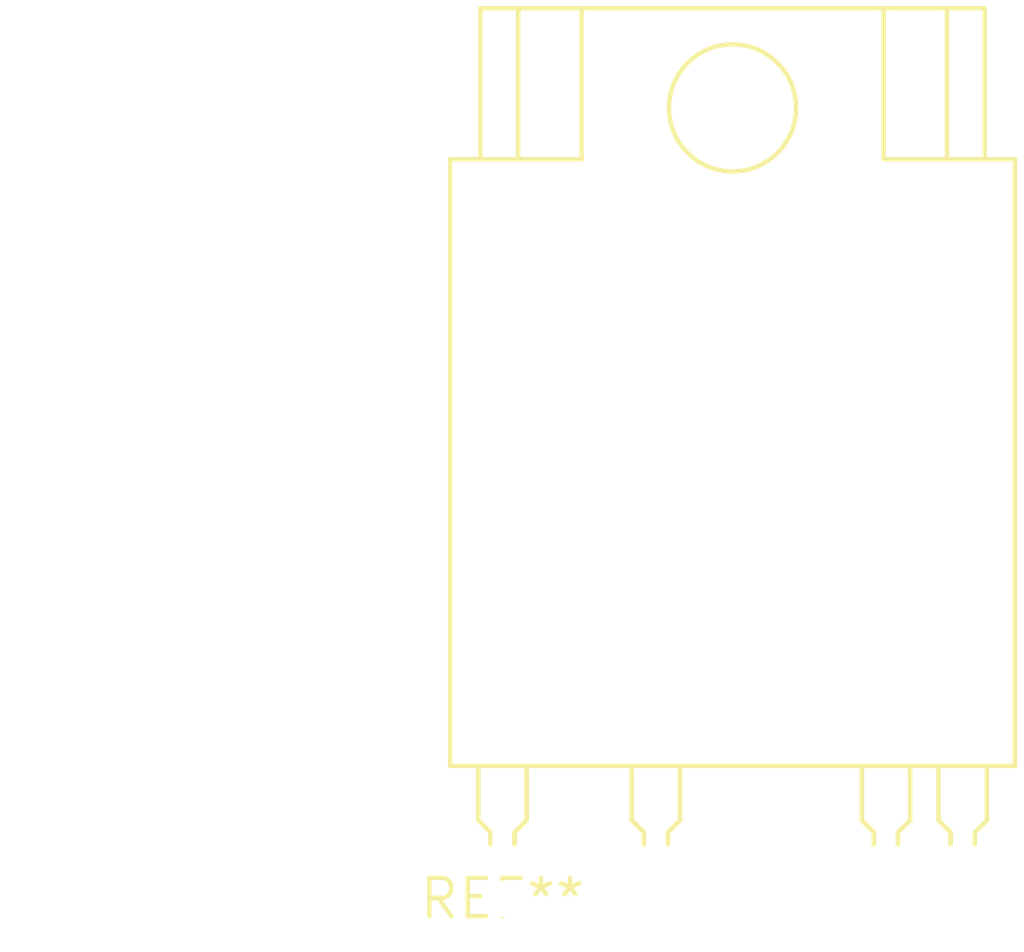
<source format=kicad_pcb>
(kicad_pcb (version 20240108) (generator pcbnew)
  (layers (0 "F.Cu" signal) (31 "B.Cu" signal) (34 "B.Paste" user) (35 "F.Paste" user) (36 "B.SilkS" user "B.Silkscreen") (37 "F.SilkS" user "F.Silkscreen") (38 "B.Mask" user) (39 "F.Mask" user) (44 "Edge.Cuts" user))
  (net 0 "")
  (footprint "SIP4_Sharp-SSR_P7.62mm_Angled" (layer "F.Cu") (at 0 0)
    (property "Reference" "REF**")
    (property "Value" "SIP4_Sharp-SSR_P7.62mm_Angled")
    (fp_line (start -1.73 -24.5) (end 2.62 -24.5) (layer "F.SilkS") (stroke (width 0.15)))
    (fp_line (start -1.73 -4.4) (end -1.73 -24.5) (layer "F.SilkS") (stroke (width 0.15)))
    (fp_line (start -0.8 -3.2) (end -0.8 -4.4) (layer "F.SilkS") (stroke (width 0.15)))
    (fp_line (start -0.8 -3.2) (end -0.8 -4.4) (layer "F.SilkS") (stroke (width 0.15)))
    (fp_line (start -0.8 -2.6) (end -0.8 -3.2) (layer "F.SilkS") (stroke (width 0.15)))
    (fp_line (start -0.8 -2.6) (end -0.8 -3.2) (layer "F.SilkS") (stroke (width 0.15)))
    (fp_line (start -0.73 -29.5) (end 15.97 -29.5) (layer "F.SilkS") (stroke (width 0.15)))
    (fp_line (start -0.73 -24.5) (end -0.73 -29.5) (layer "F.SilkS") (stroke (width 0.15)))
    (fp_line (start -0.4 -2.2) (end -0.8 -2.6) (layer "F.SilkS") (stroke (width 0.15)))
    (fp_line (start -0.4 -2.2) (end -0.8 -2.6) (layer "F.SilkS") (stroke (width 0.15)))
    (fp_line (start -0.4 -2.2) (end -0.4 -1.8) (layer "F.SilkS") (stroke (width 0.15)))
    (fp_line (start -0.4 -2.2) (end -0.4 -1.8) (layer "F.SilkS") (stroke (width 0.15)))
    (fp_line (start 0.4 -2.2) (end 0.8 -2.6) (layer "F.SilkS") (stroke (width 0.15)))
    (fp_line (start 0.4 -2.2) (end 0.8 -2.6) (layer "F.SilkS") (stroke (width 0.15)))
    (fp_line (start 0.4 -1.8) (end 0.4 -2.2) (layer "F.SilkS") (stroke (width 0.15)))
    (fp_line (start 0.4 -1.8) (end 0.4 -2.2) (layer "F.SilkS") (stroke (width 0.15)))
    (fp_line (start 0.52 -24.5) (end 0.52 -29.5) (layer "F.SilkS") (stroke (width 0.15)))
    (fp_line (start 0.8 -2.6) (end 0.8 -4.4) (layer "F.SilkS") (stroke (width 0.15)))
    (fp_line (start 0.8 -2.6) (end 0.8 -4.4) (layer "F.SilkS") (stroke (width 0.15)))
    (fp_line (start 2.62 -29.5) (end 2.62 -24.5) (layer "F.SilkS") (stroke (width 0.15)))
    (fp_line (start 4.28 -3.2) (end 4.28 -4.4) (layer "F.SilkS") (stroke (width 0.15)))
    (fp_line (start 4.28 -3.2) (end 4.28 -4.4) (layer "F.SilkS") (stroke (width 0.15)))
    (fp_line (start 4.28 -2.6) (end 4.28 -3.2) (layer "F.SilkS") (stroke (width 0.15)))
    (fp_line (start 4.28 -2.6) (end 4.28 -3.2) (layer "F.SilkS") (stroke (width 0.15)))
    (fp_line (start 4.68 -2.2) (end 4.28 -2.6) (layer "F.SilkS") (stroke (width 0.15)))
    (fp_line (start 4.68 -2.2) (end 4.28 -2.6) (layer "F.SilkS") (stroke (width 0.15)))
    (fp_line (start 4.68 -2.2) (end 4.68 -1.8) (layer "F.SilkS") (stroke (width 0.15)))
    (fp_line (start 4.68 -2.2) (end 4.68 -1.8) (layer "F.SilkS") (stroke (width 0.15)))
    (fp_line (start 5.48 -2.2) (end 5.88 -2.6) (layer "F.SilkS") (stroke (width 0.15)))
    (fp_line (start 5.48 -2.2) (end 5.88 -2.6) (layer "F.SilkS") (stroke (width 0.15)))
    (fp_line (start 5.48 -1.8) (end 5.48 -2.2) (layer "F.SilkS") (stroke (width 0.15)))
    (fp_line (start 5.48 -1.8) (end 5.48 -2.2) (layer "F.SilkS") (stroke (width 0.15)))
    (fp_line (start 5.88 -2.6) (end 5.88 -4.4) (layer "F.SilkS") (stroke (width 0.15)))
    (fp_line (start 5.88 -2.6) (end 5.88 -4.4) (layer "F.SilkS") (stroke (width 0.15)))
    (fp_line (start 11.9 -3.2) (end 11.9 -4.4) (layer "F.SilkS") (stroke (width 0.15)))
    (fp_line (start 11.9 -3.2) (end 11.9 -4.4) (layer "F.SilkS") (stroke (width 0.15)))
    (fp_line (start 11.9 -2.6) (end 11.9 -3.2) (layer "F.SilkS") (stroke (width 0.15)))
    (fp_line (start 11.9 -2.6) (end 11.9 -3.2) (layer "F.SilkS") (stroke (width 0.15)))
    (fp_line (start 12.3 -2.2) (end 11.9 -2.6) (layer "F.SilkS") (stroke (width 0.15)))
    (fp_line (start 12.3 -2.2) (end 11.9 -2.6) (layer "F.SilkS") (stroke (width 0.15)))
    (fp_line (start 12.3 -2.2) (end 12.3 -1.8) (layer "F.SilkS") (stroke (width 0.15)))
    (fp_line (start 12.3 -2.2) (end 12.3 -1.8) (layer "F.SilkS") (stroke (width 0.15)))
    (fp_line (start 12.62 -29.5) (end 12.62 -24.5) (layer "F.SilkS") (stroke (width 0.15)))
    (fp_line (start 12.62 -24.5) (end 16.97 -24.5) (layer "F.SilkS") (stroke (width 0.15)))
    (fp_line (start 13.1 -2.2) (end 13.5 -2.6) (layer "F.SilkS") (stroke (width 0.15)))
    (fp_line (start 13.1 -2.2) (end 13.5 -2.6) (layer "F.SilkS") (stroke (width 0.15)))
    (fp_line (start 13.1 -1.8) (end 13.1 -2.2) (layer "F.SilkS") (stroke (width 0.15)))
    (fp_line (start 13.1 -1.8) (end 13.1 -2.2) (layer "F.SilkS") (stroke (width 0.15)))
    (fp_line (start 13.5 -2.6) (end 13.5 -4.4) (layer "F.SilkS") (stroke (width 0.15)))
    (fp_line (start 13.5 -2.6) (end 13.5 -4.4) (layer "F.SilkS") (stroke (width 0.15)))
    (fp_line (start 14.44 -3.2) (end 14.44 -4.4) (layer "F.SilkS") (stroke (width 0.15)))
    (fp_line (start 14.44 -3.2) (end 14.44 -4.4) (layer "F.SilkS") (stroke (width 0.15)))
    (fp_line (start 14.44 -2.6) (end 14.44 -3.2) (layer "F.SilkS") (stroke (width 0.15)))
    (fp_line (start 14.44 -2.6) (end 14.44 -3.2) (layer "F.SilkS") (stroke (width 0.15)))
    (fp_line (start 14.72 -24.5) (end 14.72 -29.5) (layer "F.SilkS") (stroke (width 0.15)))
    (fp_line (start 14.84 -2.2) (end 14.44 -2.6) (layer "F.SilkS") (stroke (width 0.15)))
    (fp_line (start 14.84 -2.2) (end 14.44 -2.6) (layer "F.SilkS") (stroke (width 0.15)))
    (fp_line (start 14.84 -2.2) (end 14.84 -1.8) (layer "F.SilkS") (stroke (width 0.15)))
    (fp_line (start 14.84 -2.2) (end 14.84 -1.8) (layer "F.SilkS") (stroke (width 0.15)))
    (fp_line (start 15.64 -2.2) (end 16.04 -2.6) (layer "F.SilkS") (stroke (width 0.15)))
    (fp_line (start 15.64 -2.2) (end 16.04 -2.6) (layer "F.SilkS") (stroke (width 0.15)))
    (fp_line (start 15.64 -1.8) (end 15.64 -2.2) (layer "F.SilkS") (stroke (width 0.15)))
    (fp_line (start 15.64 -1.8) (end 15.64 -2.2) (layer "F.SilkS") (stroke (width 0.15)))
    (fp_line (start 15.97 -24.5) (end 15.97 -29.5) (layer "F.SilkS") (stroke (width 0.15)))
    (fp_line (start 16.04 -2.6) (end 16.04 -4.4) (layer "F.SilkS") (stroke (width 0.15)))
    (fp_line (start 16.04 -2.6) (end 16.04 -4.4) (layer "F.SilkS") (stroke (width 0.15)))
    (fp_line (start 16.97 -24.5) (end 16.97 -4.4) (layer "F.SilkS") (stroke (width 0.15)))
    (fp_line (start 16.97 -4.4) (end -1.73 -4.4) (layer "F.SilkS") (stroke (width 0.15)))
    (fp_circle (center 7.62 -26.2) (end 9.35 -27.4) (layer "F.SilkS") (stroke (width 0.15)) (fill none))
    (pad "" np_thru_hole circle (at 7.62 -26.2) (size 3.4 3.4) (drill 3.4) (layers *.Cu *.Mask))
    (pad "1" thru_hole rect (at 0 0) (size 2 3) (drill 1.2) (layers *.Cu *.Mask) (remove_unused_layers))
    (pad "2" thru_hole oval (at 5.08 0) (size 2 3) (drill 1.2) (layers *.Cu *.Mask) (remove_unused_layers))
    (pad "3" thru_hole oval (at 12.7 0) (size 2 3) (drill 1.2) (layers *.Cu *.Mask) (remove_unused_layers))
    (pad "4" thru_hole oval (at 15.24 0) (size 2 3) (drill 1.2) (layers *.Cu *.Mask) (remove_unused_layers))
  )
)
</source>
